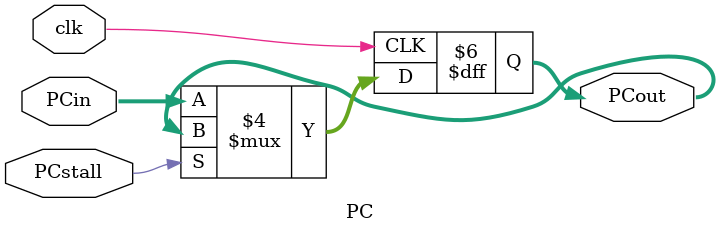
<source format=v>
`timescale 1ns / 1ps
module PC(PCin,PCout,clk,PCstall);
input  [7:0]PCin;
input clk,PCstall;
output reg [7:0]PCout;

initial PCout=8'b0;

always@(posedge clk )
begin
	if(PCstall)
	PCout<=PCout;
	else
	PCout<=PCin;
end
endmodule


</source>
